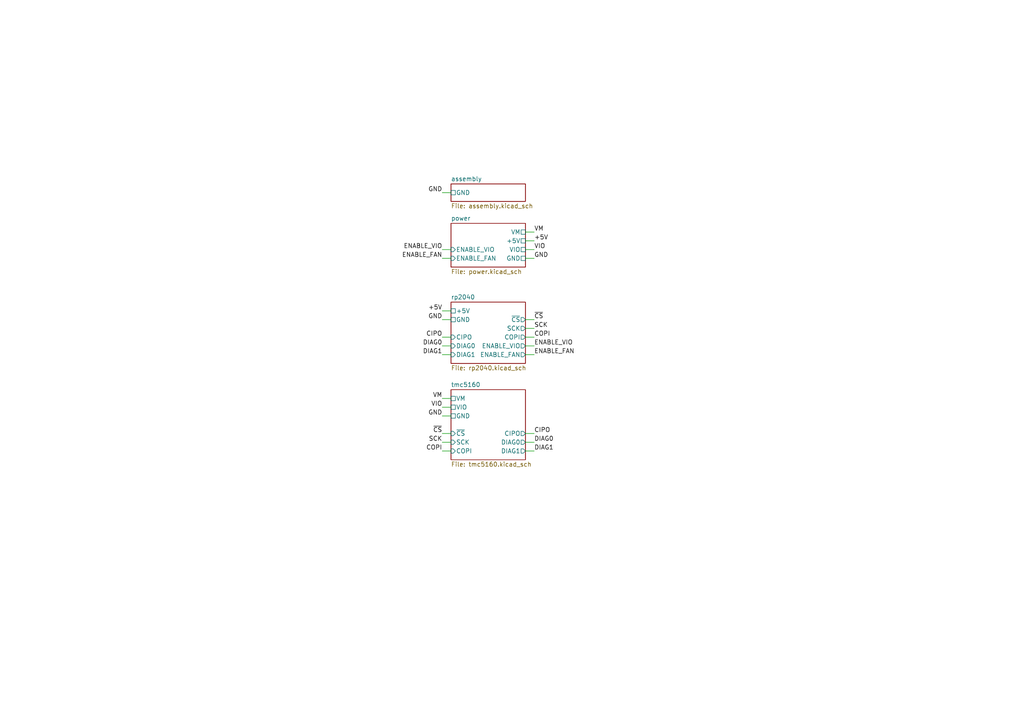
<source format=kicad_sch>
(kicad_sch (version 20230121) (generator eeschema)
  (paper "A4")
  (title_block (title "thruster-pcb") (date "2024-05-10") (rev "1.0") (company "Howard Hughes Medical Institute"))
  (lib_symbols)
  (wire (pts (xy 130.81 102.87) (xy 128.27 102.87)))
  (wire (pts (xy 130.81 128.27) (xy 128.27 128.27)))
  (wire (pts (xy 130.81 74.93) (xy 128.27 74.93)))
  (wire (pts (xy 154.94 69.85) (xy 152.4 69.85)))
  (wire (pts (xy 152.4 97.79) (xy 154.94 97.79)))
  (wire (pts (xy 128.27 118.11) (xy 130.81 118.11)))
  (wire (pts (xy 130.81 130.81) (xy 128.27 130.81)))
  (wire (pts (xy 154.94 67.31) (xy 152.4 67.31)))
  (wire (pts (xy 130.81 125.73) (xy 128.27 125.73)))
  (wire (pts (xy 152.4 130.81) (xy 154.94 130.81)))
  (wire (pts (xy 130.81 97.79) (xy 128.27 97.79)))
  (wire (pts (xy 128.27 55.88) (xy 130.81 55.88)))
  (wire (pts (xy 128.27 115.57) (xy 130.81 115.57)))
  (wire (pts (xy 152.4 128.27) (xy 154.94 128.27)))
  (wire (pts (xy 152.4 125.73) (xy 154.94 125.73)))
  (wire (pts (xy 128.27 120.65) (xy 130.81 120.65)))
  (wire (pts (xy 152.4 95.25) (xy 154.94 95.25)))
  (wire (pts (xy 130.81 100.33) (xy 128.27 100.33)))
  (wire (pts (xy 154.94 74.93) (xy 152.4 74.93)))
  (wire (pts (xy 152.4 102.87) (xy 154.94 102.87)))
  (wire (pts (xy 128.27 90.17) (xy 130.81 90.17)))
  (wire (pts (xy 128.27 92.71) (xy 130.81 92.71)))
  (wire (pts (xy 152.4 100.33) (xy 154.94 100.33)))
  (wire (pts (xy 154.94 72.39) (xy 152.4 72.39)))
  (wire (pts (xy 152.4 92.71) (xy 154.94 92.71)))
  (wire (pts (xy 130.81 72.39) (xy 128.27 72.39)))
  (label "GND" (at 154.94 74.93 0))
  (label "DIAG1" (at 154.94 130.81 0))
  (label "VIO" (at 154.94 72.39 0))
  (label "DIAG1" (at 128.27 102.87 180))
  (label "+5V" (at 154.94 69.85 0))
  (label "COPI" (at 128.27 130.81 180))
  (label "ENABLE_VIO" (at 154.94 100.33 0))
  (label "CIPO" (at 128.27 97.79 180))
  (label "ENABLE_FAN" (at 154.94 102.87 0))
  (label "+5V" (at 128.27 90.17 180))
  (label "VIO" (at 128.27 118.11 180))
  (label "VM" (at 128.27 115.57 180))
  (label "SCK" (at 154.94 95.25 0))
  (label "DIAG0" (at 154.94 128.27 0))
  (label "GND" (at 128.27 92.71 180))
  (label "GND" (at 128.27 55.88 180))
  (label "COPI" (at 154.94 97.79 0))
  (label "GND" (at 128.27 120.65 180))
  (label "CIPO" (at 154.94 125.73 0))
  (label "ENABLE_VIO" (at 128.27 72.39 180))
  (label "SCK" (at 128.27 128.27 180))
  (label "~{CS}" (at 154.94 92.71 0))
  (label "~{CS}" (at 128.27 125.73 180))
  (label "ENABLE_FAN" (at 128.27 74.93 180))
  (label "VM" (at 154.94 67.31 0))
  (label "DIAG0" (at 128.27 100.33 180))
  (sheet (at 130.81 113.03) (size 21.59 20.32) (stroke (width 0.1524))
    (property "Sheetname" "tmc5160" (at 130.81 112.3184 0) (effects (justify left bottom)))
    (property "Sheetfile" "tmc5160.kicad_sch" (at 130.81 133.9346 0) (effects (justify left top)))
    (pin "VM" passive (at 130.81 115.57 180))
    (pin "VIO" passive (at 130.81 118.11 180))
    (pin "GND" passive (at 130.81 120.65 180))
    (pin "~{CS}" input (at 130.81 125.73 180))
    (pin "SCK" input (at 130.81 128.27 180))
    (pin "DIAG0" output (at 152.4 128.27 0))
    (pin "DIAG1" output (at 152.4 130.81 0))
    (pin "CIPO" output (at 152.4 125.73 0))
    (pin "COPI" input (at 130.81 130.81 180))
  )
  (sheet (at 130.81 53.34) (size 21.59 5.08) (stroke (width 0.1524))
    (property "Sheetname" "assembly" (at 130.81 52.6284 0) (effects (justify left bottom)))
    (property "Sheetfile" "assembly.kicad_sch" (at 130.81 59.0046 0) (effects (justify left top)))
    (pin "GND" passive (at 130.81 55.88 180))
  )
  (sheet (at 130.81 87.63) (size 21.59 17.78) (stroke (width 0.1524))
    (property "Sheetname" "rp2040" (at 130.81 86.9184 0) (effects (justify left bottom)))
    (property "Sheetfile" "rp2040.kicad_sch" (at 130.81 105.9946 0) (effects (justify left top)))
    (pin "GND" passive (at 130.81 92.71 180))
    (pin "SCK" output (at 152.4 95.25 0))
    (pin "~{CS}" output (at 152.4 92.71 0))
    (pin "COPI" output (at 152.4 97.79 0))
    (pin "CIPO" input (at 130.81 97.79 180))
    (pin "DIAG0" input (at 130.81 100.33 180))
    (pin "DIAG1" input (at 130.81 102.87 180))
    (pin "ENABLE_VIO" output (at 152.4 100.33 0))
    (pin "ENABLE_FAN" output (at 152.4 102.87 0))
    (pin "+5V" passive (at 130.81 90.17 180))
  )
  (sheet (at 130.81 64.77) (size 21.59 12.7) (stroke (width 0.1524))
    (property "Sheetname" "power" (at 130.81 64.0584 0) (effects (justify left bottom)))
    (property "Sheetfile" "power.kicad_sch" (at 130.81 78.0546 0) (effects (justify left top)))
    (pin "GND" passive (at 152.4 74.93 0))
    (pin "VM" passive (at 152.4 67.31 0))
    (pin "VIO" passive (at 152.4 72.39 0))
    (pin "ENABLE_VIO" input (at 130.81 72.39 180))
    (pin "ENABLE_FAN" input (at 130.81 74.93 180))
    (pin "+5V" passive (at 152.4 69.85 0))
  )
)
</source>
